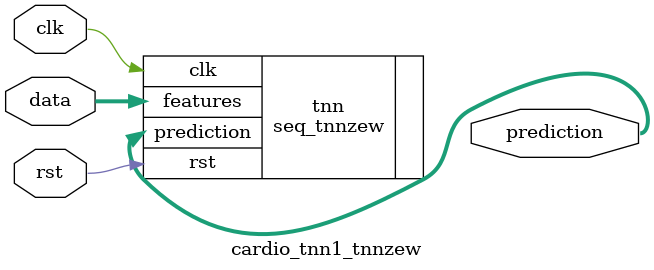
<source format=v>













module cardio_tnn1_tnnzew #(

parameter FEAT_CNT = 19,
parameter HIDDEN_CNT = 40,
parameter FEAT_BITS = 4,
parameter CLASS_CNT = 3,
parameter TEST_CNT = 1000




  ) (
  input clk,
  input rst,
  input [FEAT_CNT*FEAT_BITS-1:0] data,
  output [$clog2(CLASS_CNT)-1:0] prediction
  );

  seq_tnnzew #(
      .FEAT_CNT(FEAT_CNT),.FEAT_BITS(FEAT_BITS),.HIDDEN_CNT(HIDDEN_CNT),.CLASS_CNT(CLASS_CNT),
  .SPARSE_VALS(760'b1000001000111100001100110000100110000010000000000100010100100000000110101010110100000000000000100001000000001000110000110100000100001000110000001010101010001011011101100100000000101101001110000001000000000000001010000000001000100000101011100100010001100010000000101000000000001000010000010000010010001011000100010000000000001000000000000000100001101001000001000000001010011010011010000000011000101000010100010000101010000000000010010101000001010000011000000000001010000000000000000001011000000001011100000000010101010000001001000100000000010110101000000000010010100100001000000001000010001010001000000000000010000100010000100010100000001001000000010000100100101000101001000100000001010100000001100000001001000000010001101101100010000000001001000100000000110110),
  .MASK(760'b1100101000111101011111110000101110101011000000110100111100100000011110111010111100110000010010100001100000101010111100111101000110111100110000101110111011111111111101111100101010101101011111111111100000001000101011000010001100110000111011110110010101100011101000101010000010101000010010010001011011001011000110010010011010101000000000101000100011101001000101011000011011111110011011100100111110111100010100010101101010000000100111110101001001011010111010100001001111110101110000000001011100000011011100110010111111011000001001001110000110010110101001010010011111100110101000100001110111011110011001100100000010010110110100110110111100001001001011010100110110111101101111110101000101110101010001110101011001010110010001111101100110000101001101100100000000110110),
  .NONZERO_CNT(320'h0b0b090909070c0a110c09080a0906090804090b0d08080a0b040d08080b0a070b090c0c0a0a0807),
  .WIDTHS(320'h07060707060607070707080607070707070606060707060707060706070706060707070706070707),
  .SPARSE_VALS2(39'b101110010111100011111111011101111110001),  // Bits of not-zeroes
  .COL_INDICES(312'h26211f1b130f0d0b080705040225211e1c1b0f0c090706050201252421201c1b1a18110c0a0301), // Column of non-zeros
  .ROW_PTRS(32'h271a0d00) // Column of non-zeros // Start indices per row
      ) tnn (
    .clk(clk),
    .rst(rst),
    .features(data),
    .prediction(prediction)
  );

endmodule

</source>
